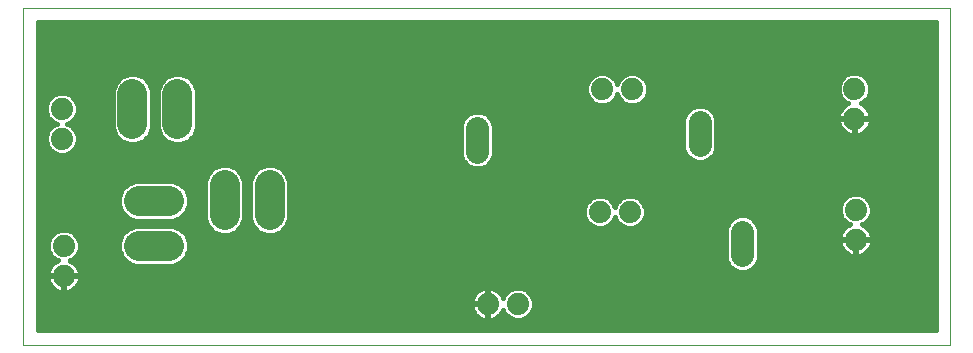
<source format=gbl>
G75*
%MOIN*%
%OFA0B0*%
%FSLAX25Y25*%
%IPPOS*%
%LPD*%
%AMOC8*
5,1,8,0,0,1.08239X$1,22.5*
%
%ADD10C,0.00000*%
%ADD11C,0.07400*%
%ADD12C,0.10050*%
%ADD13C,0.07800*%
%ADD14C,0.01600*%
%ADD15C,0.02781*%
D10*
X0006800Y0006800D02*
X0006800Y0119005D01*
X0315855Y0119005D01*
X0315855Y0006800D01*
X0006800Y0006800D01*
D11*
X0020304Y0029713D03*
X0020304Y0039713D03*
X0019713Y0075422D03*
X0019713Y0085422D03*
X0161643Y0020383D03*
X0171643Y0020383D03*
X0199005Y0051013D03*
X0209005Y0051013D03*
X0209792Y0091957D03*
X0199792Y0091957D03*
X0283887Y0092154D03*
X0283887Y0082154D03*
X0284320Y0051800D03*
X0284320Y0041800D03*
D12*
X0088946Y0049925D02*
X0088946Y0059975D01*
X0073946Y0059975D02*
X0073946Y0049925D01*
X0055447Y0054772D02*
X0045397Y0054772D01*
X0045397Y0039772D02*
X0055447Y0039772D01*
X0058237Y0080240D02*
X0058237Y0090290D01*
X0043237Y0090290D02*
X0043237Y0080240D01*
D13*
X0158217Y0078850D02*
X0158217Y0071050D01*
X0232391Y0073176D02*
X0232391Y0080976D01*
X0246564Y0044361D02*
X0246564Y0036561D01*
D14*
X0241682Y0033975D02*
X0058762Y0033975D01*
X0059200Y0034156D02*
X0061063Y0036020D01*
X0062072Y0038455D01*
X0062072Y0041090D01*
X0061063Y0043525D01*
X0059200Y0045389D01*
X0056765Y0046397D01*
X0044079Y0046397D01*
X0041644Y0045389D01*
X0039781Y0043525D01*
X0038772Y0041090D01*
X0038772Y0038455D01*
X0039781Y0036020D01*
X0041644Y0034156D01*
X0044079Y0033147D01*
X0056765Y0033147D01*
X0059200Y0034156D01*
X0060617Y0035573D02*
X0241064Y0035573D01*
X0241064Y0035467D02*
X0241901Y0033446D01*
X0243448Y0031899D01*
X0245470Y0031061D01*
X0247658Y0031061D01*
X0249679Y0031899D01*
X0251226Y0033446D01*
X0252064Y0035467D01*
X0252064Y0045455D01*
X0251226Y0047477D01*
X0249679Y0049024D01*
X0247658Y0049861D01*
X0245470Y0049861D01*
X0243448Y0049024D01*
X0241901Y0047477D01*
X0241064Y0045455D01*
X0241064Y0035467D01*
X0241064Y0037172D02*
X0061541Y0037172D01*
X0062072Y0038770D02*
X0241064Y0038770D01*
X0241064Y0040369D02*
X0062072Y0040369D01*
X0061709Y0041967D02*
X0241064Y0041967D01*
X0241064Y0043566D02*
X0090906Y0043566D01*
X0090263Y0043300D02*
X0092698Y0044308D01*
X0094562Y0046172D01*
X0095571Y0048607D01*
X0095571Y0061292D01*
X0094562Y0063727D01*
X0092698Y0065591D01*
X0090263Y0066600D01*
X0087628Y0066600D01*
X0085193Y0065591D01*
X0083329Y0063727D01*
X0082321Y0061292D01*
X0082321Y0048607D01*
X0083329Y0046172D01*
X0085193Y0044308D01*
X0087628Y0043300D01*
X0090263Y0043300D01*
X0086985Y0043566D02*
X0075906Y0043566D01*
X0075263Y0043300D02*
X0077698Y0044308D01*
X0079562Y0046172D01*
X0080571Y0048607D01*
X0080571Y0061292D01*
X0079562Y0063727D01*
X0077698Y0065591D01*
X0075263Y0066600D01*
X0072628Y0066600D01*
X0070193Y0065591D01*
X0068329Y0063727D01*
X0067321Y0061292D01*
X0067321Y0048607D01*
X0068329Y0046172D01*
X0070193Y0044308D01*
X0072628Y0043300D01*
X0075263Y0043300D01*
X0071985Y0043566D02*
X0061023Y0043566D01*
X0059424Y0045164D02*
X0069337Y0045164D01*
X0068084Y0046763D02*
X0011600Y0046763D01*
X0011600Y0048361D02*
X0043563Y0048361D01*
X0044079Y0048147D02*
X0056765Y0048147D01*
X0059200Y0049156D01*
X0061063Y0051020D01*
X0062072Y0053455D01*
X0062072Y0056090D01*
X0061063Y0058525D01*
X0059200Y0060389D01*
X0056765Y0061397D01*
X0044079Y0061397D01*
X0041644Y0060389D01*
X0039781Y0058525D01*
X0038772Y0056090D01*
X0038772Y0053455D01*
X0039781Y0051020D01*
X0041644Y0049156D01*
X0044079Y0048147D01*
X0040841Y0049960D02*
X0011600Y0049960D01*
X0011600Y0051558D02*
X0039558Y0051558D01*
X0038895Y0053157D02*
X0011600Y0053157D01*
X0011600Y0054755D02*
X0038772Y0054755D01*
X0038881Y0056354D02*
X0011600Y0056354D01*
X0011600Y0057952D02*
X0039543Y0057952D01*
X0040806Y0059551D02*
X0011600Y0059551D01*
X0011600Y0061149D02*
X0043480Y0061149D01*
X0057364Y0061149D02*
X0067321Y0061149D01*
X0067321Y0059551D02*
X0060038Y0059551D01*
X0061301Y0057952D02*
X0067321Y0057952D01*
X0067321Y0056354D02*
X0061963Y0056354D01*
X0062072Y0054755D02*
X0067321Y0054755D01*
X0067321Y0053157D02*
X0061949Y0053157D01*
X0061287Y0051558D02*
X0067321Y0051558D01*
X0067321Y0049960D02*
X0060004Y0049960D01*
X0057281Y0048361D02*
X0067422Y0048361D01*
X0078554Y0045164D02*
X0084337Y0045164D01*
X0083084Y0046763D02*
X0079807Y0046763D01*
X0080469Y0048361D02*
X0082422Y0048361D01*
X0082321Y0049960D02*
X0080571Y0049960D01*
X0080571Y0051558D02*
X0082321Y0051558D01*
X0082321Y0053157D02*
X0080571Y0053157D01*
X0080571Y0054755D02*
X0082321Y0054755D01*
X0082321Y0056354D02*
X0080571Y0056354D01*
X0080571Y0057952D02*
X0082321Y0057952D01*
X0082321Y0059551D02*
X0080571Y0059551D01*
X0080571Y0061149D02*
X0082321Y0061149D01*
X0082924Y0062748D02*
X0079968Y0062748D01*
X0078943Y0064346D02*
X0083948Y0064346D01*
X0086047Y0065945D02*
X0076844Y0065945D01*
X0071047Y0065945D02*
X0011600Y0065945D01*
X0011600Y0067543D02*
X0153945Y0067543D01*
X0153555Y0067934D02*
X0155102Y0066387D01*
X0157123Y0065550D01*
X0159311Y0065550D01*
X0161333Y0066387D01*
X0162880Y0067934D01*
X0163717Y0069956D01*
X0163717Y0079944D01*
X0162880Y0081965D01*
X0161333Y0083512D01*
X0159311Y0084350D01*
X0157123Y0084350D01*
X0155102Y0083512D01*
X0153555Y0081965D01*
X0152717Y0079944D01*
X0152717Y0069956D01*
X0153555Y0067934D01*
X0153054Y0069142D02*
X0011600Y0069142D01*
X0011600Y0070740D02*
X0017166Y0070740D01*
X0016711Y0070929D02*
X0018659Y0070122D01*
X0020768Y0070122D01*
X0022716Y0070929D01*
X0024206Y0072420D01*
X0025013Y0074368D01*
X0025013Y0076476D01*
X0024206Y0078424D01*
X0022716Y0079915D01*
X0021492Y0080422D01*
X0022716Y0080929D01*
X0024206Y0082420D01*
X0025013Y0084368D01*
X0025013Y0086476D01*
X0024206Y0088424D01*
X0022716Y0089915D01*
X0020768Y0090722D01*
X0018659Y0090722D01*
X0016711Y0089915D01*
X0015220Y0088424D01*
X0014413Y0086476D01*
X0014413Y0084368D01*
X0015220Y0082420D01*
X0016711Y0080929D01*
X0017935Y0080422D01*
X0016711Y0079915D01*
X0015220Y0078424D01*
X0014413Y0076476D01*
X0014413Y0074368D01*
X0015220Y0072420D01*
X0016711Y0070929D01*
X0015301Y0072339D02*
X0011600Y0072339D01*
X0011600Y0073937D02*
X0014592Y0073937D01*
X0014413Y0075536D02*
X0011600Y0075536D01*
X0011600Y0077134D02*
X0014686Y0077134D01*
X0015529Y0078733D02*
X0011600Y0078733D01*
X0011600Y0080332D02*
X0017716Y0080332D01*
X0015710Y0081930D02*
X0011600Y0081930D01*
X0011600Y0083529D02*
X0014761Y0083529D01*
X0014413Y0085127D02*
X0011600Y0085127D01*
X0011600Y0086726D02*
X0014517Y0086726D01*
X0015179Y0088324D02*
X0011600Y0088324D01*
X0011600Y0089923D02*
X0016729Y0089923D01*
X0011600Y0091521D02*
X0036612Y0091521D01*
X0036612Y0091607D02*
X0036612Y0078922D01*
X0037621Y0076487D01*
X0039484Y0074623D01*
X0041919Y0073615D01*
X0044555Y0073615D01*
X0046990Y0074623D01*
X0048853Y0076487D01*
X0049862Y0078922D01*
X0049862Y0091607D01*
X0048853Y0094042D01*
X0046990Y0095906D01*
X0044555Y0096915D01*
X0041919Y0096915D01*
X0039484Y0095906D01*
X0037621Y0094042D01*
X0036612Y0091607D01*
X0037238Y0093120D02*
X0011600Y0093120D01*
X0011600Y0094718D02*
X0038296Y0094718D01*
X0040476Y0096317D02*
X0011600Y0096317D01*
X0011600Y0097915D02*
X0311055Y0097915D01*
X0311055Y0096317D02*
X0287220Y0096317D01*
X0286889Y0096647D02*
X0284941Y0097454D01*
X0282832Y0097454D01*
X0280884Y0096647D01*
X0279393Y0095157D01*
X0278587Y0093209D01*
X0278587Y0091100D01*
X0279393Y0089152D01*
X0280884Y0087661D01*
X0281831Y0087269D01*
X0281775Y0087251D01*
X0281004Y0086858D01*
X0280304Y0086349D01*
X0279691Y0085737D01*
X0279183Y0085037D01*
X0278790Y0084266D01*
X0278522Y0083442D01*
X0278387Y0082587D01*
X0278387Y0082354D01*
X0283687Y0082354D01*
X0283687Y0081954D01*
X0284087Y0081954D01*
X0284087Y0082354D01*
X0289387Y0082354D01*
X0289387Y0082587D01*
X0289251Y0083442D01*
X0288984Y0084266D01*
X0288591Y0085037D01*
X0288082Y0085737D01*
X0287470Y0086349D01*
X0286769Y0086858D01*
X0285998Y0087251D01*
X0285943Y0087269D01*
X0286889Y0087661D01*
X0288380Y0089152D01*
X0289187Y0091100D01*
X0289187Y0093209D01*
X0288380Y0095157D01*
X0286889Y0096647D01*
X0288561Y0094718D02*
X0311055Y0094718D01*
X0311055Y0093120D02*
X0289187Y0093120D01*
X0289187Y0091521D02*
X0311055Y0091521D01*
X0311055Y0089923D02*
X0288699Y0089923D01*
X0287552Y0088324D02*
X0311055Y0088324D01*
X0311055Y0086726D02*
X0286952Y0086726D01*
X0288525Y0085127D02*
X0311055Y0085127D01*
X0311055Y0083529D02*
X0289223Y0083529D01*
X0289387Y0081954D02*
X0284087Y0081954D01*
X0284087Y0076654D01*
X0284319Y0076654D01*
X0285175Y0076790D01*
X0285998Y0077057D01*
X0286769Y0077450D01*
X0287470Y0077959D01*
X0288082Y0078571D01*
X0288591Y0079272D01*
X0288984Y0080043D01*
X0289251Y0080866D01*
X0289387Y0081721D01*
X0289387Y0081954D01*
X0289387Y0081930D02*
X0311055Y0081930D01*
X0311055Y0080332D02*
X0289077Y0080332D01*
X0288199Y0078733D02*
X0311055Y0078733D01*
X0311055Y0077134D02*
X0286149Y0077134D01*
X0284087Y0077134D02*
X0283687Y0077134D01*
X0283687Y0076654D02*
X0283687Y0081954D01*
X0278387Y0081954D01*
X0278387Y0081721D01*
X0278522Y0080866D01*
X0278790Y0080043D01*
X0279183Y0079272D01*
X0279691Y0078571D01*
X0280304Y0077959D01*
X0281004Y0077450D01*
X0281775Y0077057D01*
X0282599Y0076790D01*
X0283454Y0076654D01*
X0283687Y0076654D01*
X0283687Y0078733D02*
X0284087Y0078733D01*
X0284087Y0080332D02*
X0283687Y0080332D01*
X0283687Y0081930D02*
X0284087Y0081930D01*
X0279574Y0078733D02*
X0237891Y0078733D01*
X0237891Y0077134D02*
X0281624Y0077134D01*
X0278696Y0080332D02*
X0237891Y0080332D01*
X0237891Y0081930D02*
X0278387Y0081930D01*
X0278550Y0083529D02*
X0237286Y0083529D01*
X0237053Y0084091D02*
X0235506Y0085638D01*
X0233485Y0086476D01*
X0231297Y0086476D01*
X0229275Y0085638D01*
X0227728Y0084091D01*
X0226891Y0082070D01*
X0226891Y0072082D01*
X0227728Y0070060D01*
X0229275Y0068513D01*
X0231297Y0067676D01*
X0233485Y0067676D01*
X0235506Y0068513D01*
X0237053Y0070060D01*
X0237891Y0072082D01*
X0237891Y0082070D01*
X0237053Y0084091D01*
X0236017Y0085127D02*
X0279248Y0085127D01*
X0280821Y0086726D02*
X0211011Y0086726D01*
X0210846Y0086657D02*
X0212794Y0087464D01*
X0214285Y0088955D01*
X0215092Y0090903D01*
X0215092Y0093012D01*
X0214285Y0094960D01*
X0212794Y0096451D01*
X0210846Y0097257D01*
X0208738Y0097257D01*
X0206790Y0096451D01*
X0205299Y0094960D01*
X0204792Y0093736D01*
X0204285Y0094960D01*
X0202794Y0096451D01*
X0200846Y0097257D01*
X0198738Y0097257D01*
X0196790Y0096451D01*
X0195299Y0094960D01*
X0194492Y0093012D01*
X0194492Y0090903D01*
X0195299Y0088955D01*
X0196790Y0087464D01*
X0198738Y0086657D01*
X0200846Y0086657D01*
X0202794Y0087464D01*
X0204285Y0088955D01*
X0204792Y0090179D01*
X0205299Y0088955D01*
X0206790Y0087464D01*
X0208738Y0086657D01*
X0210846Y0086657D01*
X0208573Y0086726D02*
X0201011Y0086726D01*
X0198573Y0086726D02*
X0064862Y0086726D01*
X0064862Y0088324D02*
X0195930Y0088324D01*
X0194898Y0089923D02*
X0064862Y0089923D01*
X0064862Y0091521D02*
X0194492Y0091521D01*
X0194537Y0093120D02*
X0064236Y0093120D01*
X0063853Y0094042D02*
X0061990Y0095906D01*
X0059555Y0096915D01*
X0056919Y0096915D01*
X0054484Y0095906D01*
X0052621Y0094042D01*
X0051612Y0091607D01*
X0051612Y0078922D01*
X0052621Y0076487D01*
X0054484Y0074623D01*
X0056919Y0073615D01*
X0059555Y0073615D01*
X0061990Y0074623D01*
X0063853Y0076487D01*
X0064862Y0078922D01*
X0064862Y0091607D01*
X0063853Y0094042D01*
X0063178Y0094718D02*
X0195199Y0094718D01*
X0196656Y0096317D02*
X0060998Y0096317D01*
X0055476Y0096317D02*
X0045998Y0096317D01*
X0048178Y0094718D02*
X0053296Y0094718D01*
X0052238Y0093120D02*
X0049236Y0093120D01*
X0049862Y0091521D02*
X0051612Y0091521D01*
X0051612Y0089923D02*
X0049862Y0089923D01*
X0049862Y0088324D02*
X0051612Y0088324D01*
X0051612Y0086726D02*
X0049862Y0086726D01*
X0049862Y0085127D02*
X0051612Y0085127D01*
X0051612Y0083529D02*
X0049862Y0083529D01*
X0049862Y0081930D02*
X0051612Y0081930D01*
X0051612Y0080332D02*
X0049862Y0080332D01*
X0049784Y0078733D02*
X0051690Y0078733D01*
X0052352Y0077134D02*
X0049122Y0077134D01*
X0047903Y0075536D02*
X0053571Y0075536D01*
X0056140Y0073937D02*
X0045334Y0073937D01*
X0041140Y0073937D02*
X0024835Y0073937D01*
X0025013Y0075536D02*
X0038571Y0075536D01*
X0037352Y0077134D02*
X0024741Y0077134D01*
X0023898Y0078733D02*
X0036690Y0078733D01*
X0036612Y0080332D02*
X0021710Y0080332D01*
X0023717Y0081930D02*
X0036612Y0081930D01*
X0036612Y0083529D02*
X0024666Y0083529D01*
X0025013Y0085127D02*
X0036612Y0085127D01*
X0036612Y0086726D02*
X0024910Y0086726D01*
X0024248Y0088324D02*
X0036612Y0088324D01*
X0036612Y0089923D02*
X0022698Y0089923D01*
X0011600Y0099514D02*
X0311055Y0099514D01*
X0311055Y0101112D02*
X0011600Y0101112D01*
X0011600Y0102711D02*
X0311055Y0102711D01*
X0311055Y0104309D02*
X0011600Y0104309D01*
X0011600Y0105908D02*
X0311055Y0105908D01*
X0311055Y0107506D02*
X0011600Y0107506D01*
X0011600Y0109105D02*
X0311055Y0109105D01*
X0311055Y0110703D02*
X0011600Y0110703D01*
X0011600Y0112302D02*
X0311055Y0112302D01*
X0311055Y0113900D02*
X0011600Y0113900D01*
X0011600Y0114205D02*
X0311055Y0114205D01*
X0311055Y0011600D01*
X0011600Y0011600D01*
X0011600Y0114205D01*
X0064862Y0085127D02*
X0228764Y0085127D01*
X0227495Y0083529D02*
X0161294Y0083529D01*
X0162895Y0081930D02*
X0226891Y0081930D01*
X0226891Y0080332D02*
X0163557Y0080332D01*
X0163717Y0078733D02*
X0226891Y0078733D01*
X0226891Y0077134D02*
X0163717Y0077134D01*
X0163717Y0075536D02*
X0226891Y0075536D01*
X0226891Y0073937D02*
X0163717Y0073937D01*
X0163717Y0072339D02*
X0226891Y0072339D01*
X0227446Y0070740D02*
X0163717Y0070740D01*
X0163380Y0069142D02*
X0228646Y0069142D01*
X0236135Y0069142D02*
X0311055Y0069142D01*
X0311055Y0070740D02*
X0237335Y0070740D01*
X0237891Y0072339D02*
X0311055Y0072339D01*
X0311055Y0073937D02*
X0237891Y0073937D01*
X0237891Y0075536D02*
X0311055Y0075536D01*
X0311055Y0067543D02*
X0162489Y0067543D01*
X0160266Y0065945D02*
X0311055Y0065945D01*
X0311055Y0064346D02*
X0093943Y0064346D01*
X0094968Y0062748D02*
X0311055Y0062748D01*
X0311055Y0061149D02*
X0095571Y0061149D01*
X0095571Y0059551D02*
X0311055Y0059551D01*
X0311055Y0057952D02*
X0095571Y0057952D01*
X0095571Y0056354D02*
X0281464Y0056354D01*
X0281317Y0056293D02*
X0279827Y0054802D01*
X0279020Y0052854D01*
X0279020Y0050746D01*
X0279827Y0048798D01*
X0281317Y0047307D01*
X0282264Y0046915D01*
X0282208Y0046897D01*
X0281437Y0046504D01*
X0280737Y0045995D01*
X0280125Y0045383D01*
X0279616Y0044683D01*
X0279223Y0043911D01*
X0278955Y0043088D01*
X0278820Y0042233D01*
X0278820Y0042000D01*
X0284120Y0042000D01*
X0284120Y0041600D01*
X0284520Y0041600D01*
X0284520Y0042000D01*
X0289820Y0042000D01*
X0289820Y0042233D01*
X0289684Y0043088D01*
X0289417Y0043911D01*
X0289024Y0044683D01*
X0288515Y0045383D01*
X0287903Y0045995D01*
X0287202Y0046504D01*
X0286431Y0046897D01*
X0286376Y0046915D01*
X0287322Y0047307D01*
X0288813Y0048798D01*
X0289620Y0050746D01*
X0289620Y0052854D01*
X0288813Y0054802D01*
X0287322Y0056293D01*
X0285374Y0057100D01*
X0283265Y0057100D01*
X0281317Y0056293D01*
X0279807Y0054755D02*
X0212757Y0054755D01*
X0213498Y0054015D02*
X0212007Y0055506D01*
X0210059Y0056313D01*
X0207950Y0056313D01*
X0206003Y0055506D01*
X0204512Y0054015D01*
X0204005Y0052791D01*
X0203498Y0054015D01*
X0202007Y0055506D01*
X0200059Y0056313D01*
X0197950Y0056313D01*
X0196003Y0055506D01*
X0194512Y0054015D01*
X0193705Y0052067D01*
X0193705Y0049958D01*
X0194512Y0048010D01*
X0196003Y0046519D01*
X0197950Y0045713D01*
X0200059Y0045713D01*
X0202007Y0046519D01*
X0203498Y0048010D01*
X0204005Y0049234D01*
X0204512Y0048010D01*
X0206003Y0046519D01*
X0207950Y0045713D01*
X0210059Y0045713D01*
X0212007Y0046519D01*
X0213498Y0048010D01*
X0214305Y0049958D01*
X0214305Y0052067D01*
X0213498Y0054015D01*
X0213853Y0053157D02*
X0279145Y0053157D01*
X0279020Y0051558D02*
X0214305Y0051558D01*
X0214305Y0049960D02*
X0279345Y0049960D01*
X0280263Y0048361D02*
X0250342Y0048361D01*
X0251522Y0046763D02*
X0281945Y0046763D01*
X0279966Y0045164D02*
X0252064Y0045164D01*
X0252064Y0043566D02*
X0279110Y0043566D01*
X0278820Y0041600D02*
X0278820Y0041367D01*
X0278955Y0040512D01*
X0279223Y0039689D01*
X0279616Y0038917D01*
X0280125Y0038217D01*
X0280737Y0037605D01*
X0281437Y0037096D01*
X0282208Y0036703D01*
X0283032Y0036435D01*
X0283887Y0036300D01*
X0284120Y0036300D01*
X0284120Y0041600D01*
X0278820Y0041600D01*
X0279002Y0040369D02*
X0252064Y0040369D01*
X0252064Y0041967D02*
X0284120Y0041967D01*
X0284520Y0041967D02*
X0311055Y0041967D01*
X0311055Y0040369D02*
X0289638Y0040369D01*
X0289684Y0040512D02*
X0289820Y0041367D01*
X0289820Y0041600D01*
X0284520Y0041600D01*
X0284520Y0036300D01*
X0284753Y0036300D01*
X0285608Y0036435D01*
X0286431Y0036703D01*
X0287202Y0037096D01*
X0287903Y0037605D01*
X0288515Y0038217D01*
X0289024Y0038917D01*
X0289417Y0039689D01*
X0289684Y0040512D01*
X0288917Y0038770D02*
X0311055Y0038770D01*
X0311055Y0037172D02*
X0287307Y0037172D01*
X0284520Y0037172D02*
X0284120Y0037172D01*
X0284120Y0038770D02*
X0284520Y0038770D01*
X0284520Y0040369D02*
X0284120Y0040369D01*
X0281333Y0037172D02*
X0252064Y0037172D01*
X0252064Y0038770D02*
X0279723Y0038770D01*
X0289529Y0043566D02*
X0311055Y0043566D01*
X0311055Y0045164D02*
X0288674Y0045164D01*
X0286694Y0046763D02*
X0311055Y0046763D01*
X0311055Y0048361D02*
X0288376Y0048361D01*
X0289294Y0049960D02*
X0311055Y0049960D01*
X0311055Y0051558D02*
X0289620Y0051558D01*
X0289494Y0053157D02*
X0311055Y0053157D01*
X0311055Y0054755D02*
X0288832Y0054755D01*
X0287175Y0056354D02*
X0311055Y0056354D01*
X0311055Y0035573D02*
X0252064Y0035573D01*
X0251445Y0033975D02*
X0311055Y0033975D01*
X0311055Y0032376D02*
X0250157Y0032376D01*
X0242971Y0032376D02*
X0025120Y0032376D01*
X0025008Y0032596D02*
X0024499Y0033296D01*
X0023887Y0033909D01*
X0023187Y0034417D01*
X0022415Y0034810D01*
X0022360Y0034828D01*
X0023306Y0035220D01*
X0024797Y0036711D01*
X0025604Y0038659D01*
X0025604Y0040768D01*
X0024797Y0042716D01*
X0023306Y0044206D01*
X0021358Y0045013D01*
X0019250Y0045013D01*
X0017302Y0044206D01*
X0015811Y0042716D01*
X0015004Y0040768D01*
X0015004Y0038659D01*
X0015811Y0036711D01*
X0017302Y0035220D01*
X0018248Y0034828D01*
X0018193Y0034810D01*
X0017421Y0034417D01*
X0016721Y0033909D01*
X0016109Y0033296D01*
X0015600Y0032596D01*
X0015207Y0031825D01*
X0014939Y0031001D01*
X0014804Y0030146D01*
X0014804Y0029913D01*
X0020104Y0029913D01*
X0020104Y0029513D01*
X0020504Y0029513D01*
X0020504Y0024213D01*
X0020737Y0024213D01*
X0021592Y0024349D01*
X0022415Y0024616D01*
X0023187Y0025009D01*
X0023887Y0025518D01*
X0024499Y0026130D01*
X0025008Y0026831D01*
X0025401Y0027602D01*
X0025668Y0028425D01*
X0025804Y0029281D01*
X0025804Y0029513D01*
X0020504Y0029513D01*
X0020504Y0029913D01*
X0025804Y0029913D01*
X0025804Y0030146D01*
X0025668Y0031001D01*
X0025401Y0031825D01*
X0025008Y0032596D01*
X0023796Y0033975D02*
X0042082Y0033975D01*
X0040227Y0035573D02*
X0023659Y0035573D01*
X0024988Y0037172D02*
X0039303Y0037172D01*
X0038772Y0038770D02*
X0025604Y0038770D01*
X0025604Y0040369D02*
X0038772Y0040369D01*
X0039135Y0041967D02*
X0025107Y0041967D01*
X0023947Y0043566D02*
X0039821Y0043566D01*
X0041420Y0045164D02*
X0011600Y0045164D01*
X0011600Y0043566D02*
X0016661Y0043566D01*
X0015501Y0041967D02*
X0011600Y0041967D01*
X0011600Y0040369D02*
X0015004Y0040369D01*
X0015004Y0038770D02*
X0011600Y0038770D01*
X0011600Y0037172D02*
X0015620Y0037172D01*
X0016949Y0035573D02*
X0011600Y0035573D01*
X0011600Y0033975D02*
X0016812Y0033975D01*
X0015488Y0032376D02*
X0011600Y0032376D01*
X0011600Y0030778D02*
X0014904Y0030778D01*
X0014804Y0029513D02*
X0014804Y0029281D01*
X0014939Y0028425D01*
X0015207Y0027602D01*
X0015600Y0026831D01*
X0016109Y0026130D01*
X0016721Y0025518D01*
X0017421Y0025009D01*
X0018193Y0024616D01*
X0019016Y0024349D01*
X0019871Y0024213D01*
X0020104Y0024213D01*
X0020104Y0029513D01*
X0014804Y0029513D01*
X0014820Y0029179D02*
X0011600Y0029179D01*
X0011600Y0027581D02*
X0015218Y0027581D01*
X0016257Y0025982D02*
X0011600Y0025982D01*
X0011600Y0024384D02*
X0018909Y0024384D01*
X0020104Y0024384D02*
X0020504Y0024384D01*
X0021699Y0024384D02*
X0157865Y0024384D01*
X0158060Y0024578D02*
X0157447Y0023966D01*
X0156938Y0023265D01*
X0156545Y0022494D01*
X0156278Y0021671D01*
X0156143Y0020816D01*
X0156143Y0020583D01*
X0161442Y0020583D01*
X0161442Y0020183D01*
X0156143Y0020183D01*
X0156143Y0019950D01*
X0156278Y0019095D01*
X0156545Y0018271D01*
X0156938Y0017500D01*
X0157447Y0016800D01*
X0158060Y0016188D01*
X0158760Y0015679D01*
X0159531Y0015286D01*
X0160355Y0015018D01*
X0161210Y0014883D01*
X0161442Y0014883D01*
X0161442Y0020183D01*
X0161843Y0020183D01*
X0161843Y0014883D01*
X0162075Y0014883D01*
X0162930Y0015018D01*
X0163754Y0015286D01*
X0164525Y0015679D01*
X0165226Y0016188D01*
X0165838Y0016800D01*
X0166347Y0017500D01*
X0166740Y0018271D01*
X0166757Y0018327D01*
X0167149Y0017380D01*
X0168640Y0015890D01*
X0170588Y0015083D01*
X0172697Y0015083D01*
X0174645Y0015890D01*
X0176136Y0017380D01*
X0176943Y0019328D01*
X0176943Y0021437D01*
X0176136Y0023385D01*
X0174645Y0024876D01*
X0172697Y0025683D01*
X0170588Y0025683D01*
X0168640Y0024876D01*
X0167149Y0023385D01*
X0166757Y0022439D01*
X0166740Y0022494D01*
X0166347Y0023265D01*
X0165838Y0023966D01*
X0165226Y0024578D01*
X0164525Y0025087D01*
X0163754Y0025480D01*
X0162930Y0025747D01*
X0162075Y0025883D01*
X0161843Y0025883D01*
X0161843Y0020583D01*
X0161442Y0020583D01*
X0161442Y0025883D01*
X0161210Y0025883D01*
X0160355Y0025747D01*
X0159531Y0025480D01*
X0158760Y0025087D01*
X0158060Y0024578D01*
X0156694Y0022785D02*
X0011600Y0022785D01*
X0011600Y0021187D02*
X0156201Y0021187D01*
X0156200Y0019588D02*
X0011600Y0019588D01*
X0011600Y0017990D02*
X0156689Y0017990D01*
X0157856Y0016391D02*
X0011600Y0016391D01*
X0011600Y0014793D02*
X0311055Y0014793D01*
X0311055Y0016391D02*
X0175146Y0016391D01*
X0176388Y0017990D02*
X0311055Y0017990D01*
X0311055Y0019588D02*
X0176943Y0019588D01*
X0176943Y0021187D02*
X0311055Y0021187D01*
X0311055Y0022785D02*
X0176384Y0022785D01*
X0175137Y0024384D02*
X0311055Y0024384D01*
X0311055Y0025982D02*
X0024351Y0025982D01*
X0025390Y0027581D02*
X0311055Y0027581D01*
X0311055Y0029179D02*
X0025788Y0029179D01*
X0025704Y0030778D02*
X0311055Y0030778D01*
X0311055Y0013194D02*
X0011600Y0013194D01*
X0020104Y0025982D02*
X0020504Y0025982D01*
X0020504Y0027581D02*
X0020104Y0027581D01*
X0020104Y0029179D02*
X0020504Y0029179D01*
X0011600Y0062748D02*
X0067924Y0062748D01*
X0068948Y0064346D02*
X0011600Y0064346D01*
X0022261Y0070740D02*
X0152717Y0070740D01*
X0152717Y0072339D02*
X0024126Y0072339D01*
X0060334Y0073937D02*
X0152717Y0073937D01*
X0152717Y0075536D02*
X0062903Y0075536D01*
X0064122Y0077134D02*
X0152717Y0077134D01*
X0152717Y0078733D02*
X0064784Y0078733D01*
X0064862Y0080332D02*
X0152878Y0080332D01*
X0153540Y0081930D02*
X0064862Y0081930D01*
X0064862Y0083529D02*
X0155141Y0083529D01*
X0156169Y0065945D02*
X0091844Y0065945D01*
X0095571Y0054755D02*
X0195252Y0054755D01*
X0194156Y0053157D02*
X0095571Y0053157D01*
X0095571Y0051558D02*
X0193705Y0051558D01*
X0193705Y0049960D02*
X0095571Y0049960D01*
X0095469Y0048361D02*
X0194366Y0048361D01*
X0195759Y0046763D02*
X0094807Y0046763D01*
X0093554Y0045164D02*
X0241064Y0045164D01*
X0241605Y0046763D02*
X0212250Y0046763D01*
X0213643Y0048361D02*
X0242785Y0048361D01*
X0205759Y0046763D02*
X0202250Y0046763D01*
X0203643Y0048361D02*
X0204366Y0048361D01*
X0204156Y0053157D02*
X0203853Y0053157D01*
X0202757Y0054755D02*
X0205252Y0054755D01*
X0168148Y0024384D02*
X0165420Y0024384D01*
X0166591Y0022785D02*
X0166901Y0022785D01*
X0161843Y0022785D02*
X0161442Y0022785D01*
X0161442Y0021187D02*
X0161843Y0021187D01*
X0161843Y0019588D02*
X0161442Y0019588D01*
X0161442Y0017990D02*
X0161843Y0017990D01*
X0161843Y0016391D02*
X0161442Y0016391D01*
X0165429Y0016391D02*
X0168139Y0016391D01*
X0166897Y0017990D02*
X0166596Y0017990D01*
X0161843Y0024384D02*
X0161442Y0024384D01*
X0203654Y0088324D02*
X0205930Y0088324D01*
X0204898Y0089923D02*
X0204686Y0089923D01*
X0204385Y0094718D02*
X0205199Y0094718D01*
X0206656Y0096317D02*
X0202928Y0096317D01*
X0212928Y0096317D02*
X0280554Y0096317D01*
X0279212Y0094718D02*
X0214385Y0094718D01*
X0215047Y0093120D02*
X0278587Y0093120D01*
X0278587Y0091521D02*
X0215092Y0091521D01*
X0214686Y0089923D02*
X0279074Y0089923D01*
X0280222Y0088324D02*
X0213654Y0088324D01*
D15*
X0176288Y0061721D03*
X0173926Y0061721D03*
X0162706Y0040461D03*
X0160343Y0040461D03*
X0142627Y0052272D03*
X0142627Y0054635D03*
X0142627Y0056997D03*
X0142627Y0059359D03*
X0253650Y0055225D03*
X0256013Y0055225D03*
M02*

</source>
